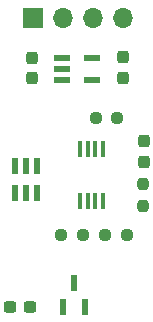
<source format=gbr>
%TF.GenerationSoftware,KiCad,Pcbnew,8.0.1*%
%TF.CreationDate,2025-01-22T19:34:23-07:00*%
%TF.ProjectId,TempSensor,54656d70-5365-46e7-936f-722e6b696361,rev?*%
%TF.SameCoordinates,Original*%
%TF.FileFunction,Soldermask,Top*%
%TF.FilePolarity,Negative*%
%FSLAX46Y46*%
G04 Gerber Fmt 4.6, Leading zero omitted, Abs format (unit mm)*
G04 Created by KiCad (PCBNEW 8.0.1) date 2025-01-22 19:34:23*
%MOMM*%
%LPD*%
G01*
G04 APERTURE LIST*
G04 Aperture macros list*
%AMRoundRect*
0 Rectangle with rounded corners*
0 $1 Rounding radius*
0 $2 $3 $4 $5 $6 $7 $8 $9 X,Y pos of 4 corners*
0 Add a 4 corners polygon primitive as box body*
4,1,4,$2,$3,$4,$5,$6,$7,$8,$9,$2,$3,0*
0 Add four circle primitives for the rounded corners*
1,1,$1+$1,$2,$3*
1,1,$1+$1,$4,$5*
1,1,$1+$1,$6,$7*
1,1,$1+$1,$8,$9*
0 Add four rect primitives between the rounded corners*
20,1,$1+$1,$2,$3,$4,$5,0*
20,1,$1+$1,$4,$5,$6,$7,0*
20,1,$1+$1,$6,$7,$8,$9,0*
20,1,$1+$1,$8,$9,$2,$3,0*%
G04 Aperture macros list end*
%ADD10R,0.558800X1.473200*%
%ADD11RoundRect,0.237500X-0.237500X0.300000X-0.237500X-0.300000X0.237500X-0.300000X0.237500X0.300000X0*%
%ADD12RoundRect,0.237500X-0.237500X0.250000X-0.237500X-0.250000X0.237500X-0.250000X0.237500X0.250000X0*%
%ADD13R,1.700000X1.700000*%
%ADD14O,1.700000X1.700000*%
%ADD15R,1.320800X0.508000*%
%ADD16RoundRect,0.237500X0.250000X0.237500X-0.250000X0.237500X-0.250000X-0.237500X0.250000X-0.237500X0*%
%ADD17RoundRect,0.237500X0.237500X-0.300000X0.237500X0.300000X-0.237500X0.300000X-0.237500X-0.300000X0*%
%ADD18RoundRect,0.237500X0.300000X0.237500X-0.300000X0.237500X-0.300000X-0.237500X0.300000X-0.237500X0*%
%ADD19R,0.558800X1.320800*%
%ADD20R,0.450000X1.450000*%
G04 APERTURE END LIST*
D10*
%TO.C,U3*%
X172589998Y-78480000D03*
X173539999Y-78480000D03*
X174490000Y-78480000D03*
X174490000Y-76244800D03*
X173539999Y-76244800D03*
X172589998Y-76244800D03*
%TD*%
D11*
%TO.C,C1*%
X174020000Y-67040001D03*
X174020000Y-68765001D03*
%TD*%
D12*
%TO.C,R2*%
X183460000Y-77790000D03*
X183460000Y-79615000D03*
%TD*%
D13*
%TO.C,J2*%
X174090000Y-63660000D03*
D14*
X176630000Y-63660000D03*
X179170000Y-63660000D03*
X181710000Y-63660000D03*
%TD*%
D15*
%TO.C,U2*%
X176560000Y-67040000D03*
X176560000Y-67990001D03*
X176560000Y-68940002D03*
X179150800Y-68940002D03*
X179150800Y-67040000D03*
%TD*%
D16*
%TO.C,R3*%
X178335000Y-82090000D03*
X176510000Y-82090000D03*
%TD*%
%TO.C,R4*%
X182085000Y-82080000D03*
X180260000Y-82080000D03*
%TD*%
D17*
%TO.C,C3*%
X183500000Y-75845000D03*
X183500000Y-74120000D03*
%TD*%
D11*
%TO.C,C2*%
X181720000Y-67030001D03*
X181720000Y-68755001D03*
%TD*%
D18*
%TO.C,C4*%
X173900000Y-88130000D03*
X172175000Y-88130000D03*
%TD*%
D19*
%TO.C,U1*%
X176630040Y-88122000D03*
X178529960Y-88122000D03*
X177580000Y-86090000D03*
%TD*%
D16*
%TO.C,R1*%
X181245000Y-72160000D03*
X179420000Y-72160000D03*
%TD*%
D20*
%TO.C,U4*%
X178100000Y-79210000D03*
X178750000Y-79210000D03*
X179400000Y-79210000D03*
X180050000Y-79210000D03*
X180050000Y-74810000D03*
X179400000Y-74810000D03*
X178750000Y-74810000D03*
X178100000Y-74810000D03*
%TD*%
M02*

</source>
